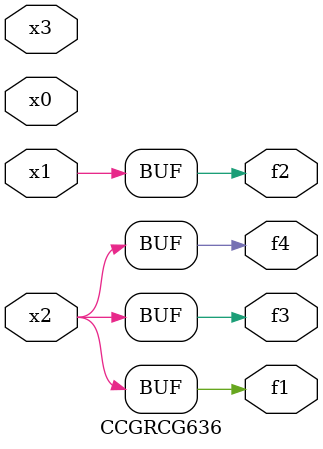
<source format=v>
module CCGRCG636(
	input x0, x1, x2, x3,
	output f1, f2, f3, f4
);
	assign f1 = x2;
	assign f2 = x1;
	assign f3 = x2;
	assign f4 = x2;
endmodule

</source>
